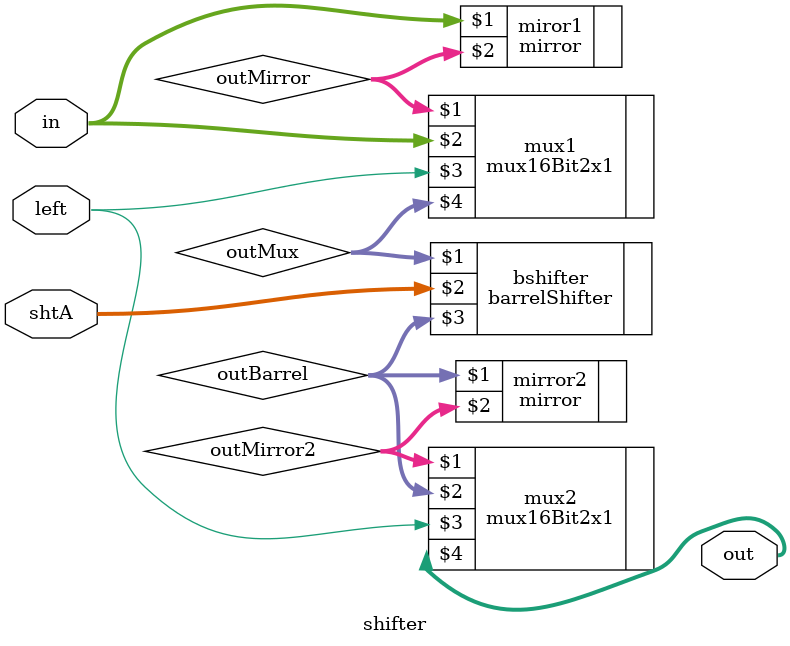
<source format=v>
module shifter(input [15:0] in, input [3:0] shtA ,input left, output [15:0] out);

wire[15:0] outMirror;
wire[15:0] outMux;
wire[15:0] outBarrel;
wire[15:0] outMirror2;

mirror miror1(in, outMirror);

mux16Bit2x1 mux1(outMirror,in,left,outMux);

barrelShifter bshifter(outMux,shtA,outBarrel);

mirror mirror2(outBarrel,outMirror2);

mux16Bit2x1 mux2(outMirror2,outBarrel,left,out);




endmodule

</source>
